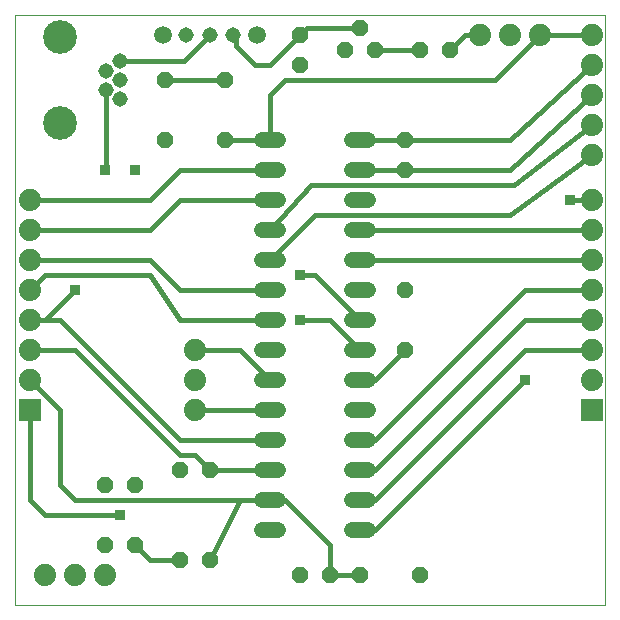
<source format=gtl>
G75*
%MOIN*%
%OFA0B0*%
%FSLAX25Y25*%
%IPPOS*%
%LPD*%
%AMOC8*
5,1,8,0,0,1.08239X$1,22.5*
%
%ADD10C,0.00000*%
%ADD11R,0.07400X0.07400*%
%ADD12C,0.07400*%
%ADD13OC8,0.05200*%
%ADD14C,0.05200*%
%ADD15C,0.05150*%
%ADD16C,0.11220*%
%ADD17C,0.05937*%
%ADD18C,0.01600*%
%ADD19R,0.03562X0.03562*%
D10*
X0009867Y0004867D02*
X0009867Y0201717D01*
X0206717Y0201717D01*
X0206717Y0004867D01*
X0009867Y0004867D01*
D11*
X0014867Y0069867D03*
X0202367Y0069867D03*
D12*
X0202367Y0079867D03*
X0202367Y0089867D03*
X0202367Y0099867D03*
X0202367Y0109867D03*
X0202367Y0119867D03*
X0202367Y0129867D03*
X0202367Y0139867D03*
X0202367Y0154867D03*
X0202367Y0164867D03*
X0202367Y0174867D03*
X0202367Y0184867D03*
X0202367Y0194867D03*
X0184867Y0194867D03*
X0174867Y0194867D03*
X0164867Y0194867D03*
X0069867Y0089867D03*
X0069867Y0079867D03*
X0069867Y0069867D03*
X0014867Y0079867D03*
X0014867Y0089867D03*
X0014867Y0099867D03*
X0014867Y0109867D03*
X0014867Y0119867D03*
X0014867Y0129867D03*
X0014867Y0139867D03*
X0019867Y0014867D03*
X0029867Y0014867D03*
X0039867Y0014867D03*
D13*
X0039867Y0024867D03*
X0049867Y0024867D03*
X0064867Y0019867D03*
X0074867Y0019867D03*
X0049867Y0044867D03*
X0039867Y0044867D03*
X0064867Y0049867D03*
X0074867Y0049867D03*
X0104867Y0014867D03*
X0114867Y0014867D03*
X0124867Y0014867D03*
X0144867Y0014867D03*
X0139867Y0089867D03*
X0139867Y0109867D03*
X0139867Y0149867D03*
X0139867Y0159867D03*
X0144867Y0189867D03*
X0154867Y0189867D03*
X0129867Y0189867D03*
X0124867Y0197367D03*
X0119867Y0189867D03*
X0104867Y0194867D03*
X0104867Y0184867D03*
X0079867Y0179867D03*
X0079867Y0159867D03*
X0059867Y0159867D03*
X0059867Y0179867D03*
D14*
X0092267Y0159867D02*
X0097467Y0159867D01*
X0097467Y0149867D02*
X0092267Y0149867D01*
X0092267Y0139867D02*
X0097467Y0139867D01*
X0097467Y0129867D02*
X0092267Y0129867D01*
X0092267Y0119867D02*
X0097467Y0119867D01*
X0097467Y0109867D02*
X0092267Y0109867D01*
X0092267Y0099867D02*
X0097467Y0099867D01*
X0097467Y0089867D02*
X0092267Y0089867D01*
X0092267Y0079867D02*
X0097467Y0079867D01*
X0097467Y0069867D02*
X0092267Y0069867D01*
X0092267Y0059867D02*
X0097467Y0059867D01*
X0097467Y0049867D02*
X0092267Y0049867D01*
X0092267Y0039867D02*
X0097467Y0039867D01*
X0097467Y0029867D02*
X0092267Y0029867D01*
X0122267Y0029867D02*
X0127467Y0029867D01*
X0127467Y0039867D02*
X0122267Y0039867D01*
X0122267Y0049867D02*
X0127467Y0049867D01*
X0127467Y0059867D02*
X0122267Y0059867D01*
X0122267Y0069867D02*
X0127467Y0069867D01*
X0127467Y0079867D02*
X0122267Y0079867D01*
X0122267Y0089867D02*
X0127467Y0089867D01*
X0127467Y0099867D02*
X0122267Y0099867D01*
X0122267Y0109867D02*
X0127467Y0109867D01*
X0127467Y0119867D02*
X0122267Y0119867D01*
X0122267Y0129867D02*
X0127467Y0129867D01*
X0127467Y0139867D02*
X0122267Y0139867D01*
X0122267Y0149867D02*
X0127467Y0149867D01*
X0127467Y0159867D02*
X0122267Y0159867D01*
D15*
X0082741Y0194867D03*
X0074867Y0194867D03*
X0066993Y0194867D03*
X0044945Y0186166D03*
X0040221Y0183016D03*
X0044945Y0179867D03*
X0040221Y0176717D03*
X0044945Y0173567D03*
D16*
X0024867Y0165497D03*
X0024867Y0194237D03*
D17*
X0059119Y0194867D03*
X0090615Y0194867D03*
D18*
X0083617Y0193991D02*
X0083617Y0191117D01*
X0089867Y0184867D01*
X0094867Y0184867D01*
X0104867Y0194867D01*
X0107367Y0197367D01*
X0124867Y0197367D01*
X0129867Y0189867D02*
X0144867Y0189867D01*
X0154867Y0189867D02*
X0159867Y0194867D01*
X0164867Y0194867D01*
X0169867Y0179867D02*
X0099867Y0179867D01*
X0094867Y0174867D01*
X0094867Y0159867D01*
X0079867Y0159867D01*
X0064867Y0149867D02*
X0094867Y0149867D01*
X0094867Y0139867D02*
X0064867Y0139867D01*
X0054867Y0129867D01*
X0014867Y0129867D01*
X0014867Y0119867D02*
X0054867Y0119867D01*
X0064867Y0109867D01*
X0094867Y0109867D01*
X0094867Y0119867D02*
X0109867Y0134867D01*
X0174867Y0134867D01*
X0202367Y0154867D01*
X0202367Y0164867D02*
X0176117Y0144867D01*
X0108617Y0144867D01*
X0094867Y0129867D01*
X0104867Y0114867D02*
X0109867Y0114867D01*
X0124867Y0099867D01*
X0114867Y0099867D02*
X0124867Y0089867D01*
X0124867Y0079867D02*
X0129867Y0079867D01*
X0139867Y0089867D01*
X0114867Y0099867D02*
X0104867Y0099867D01*
X0094867Y0099867D02*
X0064867Y0099867D01*
X0054867Y0114867D01*
X0019867Y0114867D01*
X0014867Y0109867D01*
X0014867Y0099867D02*
X0019867Y0099867D01*
X0029867Y0109867D01*
X0024867Y0099867D02*
X0019867Y0099867D01*
X0024867Y0099867D02*
X0064867Y0059867D01*
X0094867Y0059867D01*
X0094867Y0069867D02*
X0069867Y0069867D01*
X0069867Y0054867D02*
X0064867Y0054867D01*
X0029867Y0089867D01*
X0014867Y0089867D01*
X0014867Y0079867D02*
X0024867Y0069867D01*
X0024867Y0044867D01*
X0029867Y0039867D01*
X0084867Y0039867D01*
X0074867Y0019867D01*
X0064867Y0019867D02*
X0054867Y0019867D01*
X0049867Y0024867D01*
X0044867Y0034867D02*
X0019867Y0034867D01*
X0014867Y0039867D01*
X0014867Y0069867D01*
X0069867Y0054867D02*
X0074867Y0049867D01*
X0094867Y0049867D01*
X0094867Y0039867D02*
X0084867Y0039867D01*
X0094867Y0039867D02*
X0099867Y0039867D01*
X0114867Y0024867D01*
X0114867Y0014867D01*
X0124867Y0014867D01*
X0124867Y0029867D02*
X0129867Y0029867D01*
X0179867Y0079867D01*
X0179867Y0089867D02*
X0202367Y0089867D01*
X0202367Y0099867D02*
X0179867Y0099867D01*
X0129867Y0049867D01*
X0124867Y0049867D01*
X0124867Y0039867D02*
X0129867Y0039867D01*
X0179867Y0089867D01*
X0179867Y0109867D02*
X0129867Y0059867D01*
X0124867Y0059867D01*
X0094867Y0079867D02*
X0084867Y0089867D01*
X0069867Y0089867D01*
X0054867Y0139867D02*
X0064867Y0149867D01*
X0054867Y0139867D02*
X0014867Y0139867D01*
X0039867Y0149867D02*
X0040221Y0150221D01*
X0040221Y0176717D01*
X0044945Y0186166D02*
X0066166Y0186166D01*
X0074867Y0194867D01*
X0082741Y0194867D02*
X0083617Y0193991D01*
X0079867Y0179867D02*
X0059867Y0179867D01*
X0124867Y0159867D02*
X0139867Y0159867D01*
X0174867Y0159867D01*
X0202367Y0184867D01*
X0202367Y0194867D02*
X0184867Y0194867D01*
X0169867Y0179867D01*
X0174867Y0149867D02*
X0139867Y0149867D01*
X0124867Y0149867D01*
X0124867Y0129867D02*
X0202367Y0129867D01*
X0202367Y0119867D02*
X0124867Y0119867D01*
X0174867Y0149867D02*
X0202367Y0174867D01*
X0202367Y0139867D02*
X0194867Y0139867D01*
X0202367Y0109867D02*
X0179867Y0109867D01*
D19*
X0179867Y0079867D03*
X0194867Y0139867D03*
X0104867Y0114867D03*
X0104867Y0099867D03*
X0049867Y0149867D03*
X0039867Y0149867D03*
X0029867Y0109867D03*
X0044867Y0034867D03*
M02*

</source>
